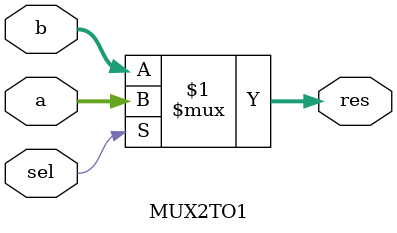
<source format=v>
module MUX2TO1
	(
		input[31:0] a, b, 
		input sel,
		output [31:0] res
	);
	assign res = sel ? a : b ;
endmodule
</source>
